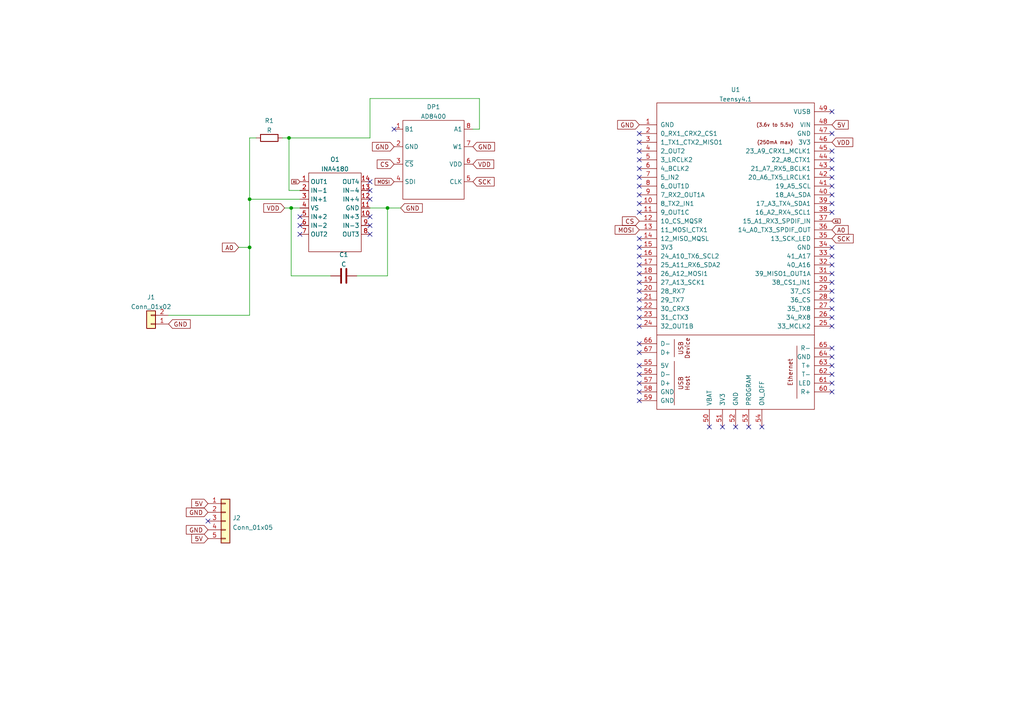
<source format=kicad_sch>
(kicad_sch (version 20211123) (generator eeschema)
  (paper "A4")
  (lib_symbols
    (symbol "Connector_Generic:Conn_01x02" (pin_names (offset 1.016) hide)
      (property "Reference" "J" (at 0 2.54 0))
      (property "Value" "Conn_01x02" (at 0 -5.08 0))
      (symbol "Conn_01x02_1_1"
        (rectangle (start -1.27 -2.413) (end 0 -2.667) (stroke (width 0.1524)))
        (rectangle (start -1.27 0.127) (end 0 -0.127) (stroke (width 0.1524)))
        (rectangle (start -1.27 1.27) (end 1.27 -3.81) (stroke (width 0.254)) (fill (type background)))
        (pin passive line (at -5.08 0 0) (length 3.81) (name "Pin_1") (number "1"))
        (pin passive line (at -5.08 -2.54 0) (length 3.81) (name "Pin_2") (number "2"))
      )
    )
    (symbol "Connector_Generic:Conn_01x05" (pin_names (offset 1.016) hide)
      (property "Reference" "J" (at 0 7.62 0))
      (property "Value" "Conn_01x05" (at 0 -7.62 0))
      (symbol "Conn_01x05_1_1"
        (rectangle (start -1.27 -4.953) (end 0 -5.207) (stroke (width 0.1524)))
        (rectangle (start -1.27 -2.413) (end 0 -2.667) (stroke (width 0.1524)))
        (rectangle (start -1.27 0.127) (end 0 -0.127) (stroke (width 0.1524)))
        (rectangle (start -1.27 2.667) (end 0 2.413) (stroke (width 0.1524)))
        (rectangle (start -1.27 5.207) (end 0 4.953) (stroke (width 0.1524)))
        (rectangle (start -1.27 6.35) (end 1.27 -6.35) (stroke (width 0.254)) (fill (type background)))
        (pin passive line (at -5.08 5.08 0) (length 3.81) (name "Pin_1") (number "1"))
        (pin passive line (at -5.08 2.54 0) (length 3.81) (name "Pin_2") (number "2"))
        (pin passive line (at -5.08 0 0) (length 3.81) (name "Pin_3") (number "3"))
        (pin passive line (at -5.08 -2.54 0) (length 3.81) (name "Pin_4") (number "4"))
        (pin passive line (at -5.08 -5.08 0) (length 3.81) (name "Pin_5") (number "5"))
      )
    )
    (symbol "Device:C" (pin_numbers hide) (pin_names (offset 0.254))
      (property "Reference" "C" (at 0.635 2.54 0))
      (property "Value" "C" (at 0.635 -2.54 0))
      (symbol "C_0_1"
        (polyline (pts (xy -2.032 -0.762) (xy 2.032 -0.762)) (stroke (width 0.508)))
        (polyline (pts (xy -2.032 0.762) (xy 2.032 0.762)) (stroke (width 0.508)))
      )
      (symbol "C_1_1"
        (pin passive line (at 0 3.81 270) (length 2.794) (name "~") (number "1"))
        (pin passive line (at 0 -3.81 90) (length 2.794) (name "~") (number "2"))
      )
    )
    (symbol "Device:R" (pin_numbers hide) (pin_names (offset 0))
      (property "Reference" "R" (at 2.032 0 90))
      (property "Value" "R" (at 0 0 90))
      (symbol "R_0_1"
        (rectangle (start -1.016 -2.54) (end 1.016 2.54) (stroke (width 0.254)))
      )
      (symbol "R_1_1"
        (pin passive line (at 0 3.81 270) (length 1.27) (name "~") (number "1"))
        (pin passive line (at 0 -3.81 90) (length 1.27) (name "~") (number "2"))
      )
    )
    (symbol "HAB_symbols:AD8400"
      (property "Reference" "DP" (at 0 2.54 0))
      (property "Value" "AD8400" (at 0 5.08 0))
      (symbol "AD8400_0_1"
        (rectangle (start -7.62 0) (end 10.16 -22.86) (stroke (width 0.1524)))
      )
      (symbol "AD8400_1_1"
        (pin input line (at -10.16 -2.54 0) (length 2.54) (name "B1") (number "1"))
        (pin input line (at -10.16 -7.62 0) (length 2.54) (name "GND") (number "2"))
        (pin input line (at -10.16 -12.7 0) (length 2.54) (name "~{CS}") (number "3"))
        (pin input line (at -10.16 -17.78 0) (length 2.54) (name "SDI") (number "4"))
        (pin input line (at 12.7 -17.78 180) (length 2.54) (name "CLK") (number "5"))
        (pin input line (at 12.7 -12.7 180) (length 2.54) (name "VDD") (number "6"))
        (pin input line (at 12.7 -7.62 180) (length 2.54) (name "W1") (number "7"))
        (pin input line (at 12.7 -2.54 180) (length 2.54) (name "A1") (number "8"))
      )
    )
    (symbol "HAB_symbols:INA4180"
      (property "Reference" "O" (at 0 0 0))
      (property "Value" "INA4180" (at 0 2.54 0))
      (symbol "INA4180_0_1"
        (rectangle (start -7.62 -2.54) (end 7.62 -25.4) (stroke (width 0.1524)))
      )
      (symbol "INA4180_1_1"
        (pin input line (at -10.16 -5.08 0) (length 2.54) (name "OUT1") (number "1"))
        (pin input line (at 10.16 -15.24 180) (length 2.54) (name "IN+3") (number "10"))
        (pin input line (at 10.16 -12.7 180) (length 2.54) (name "GND") (number "11"))
        (pin input line (at 10.16 -10.16 180) (length 2.54) (name "IN+4") (number "12"))
        (pin input line (at 10.16 -7.62 180) (length 2.54) (name "IN-4") (number "13"))
        (pin input line (at 10.16 -5.08 180) (length 2.54) (name "OUT4") (number "14"))
        (pin input line (at -10.16 -7.62 0) (length 2.54) (name "IN-1") (number "2"))
        (pin input line (at -10.16 -10.16 0) (length 2.54) (name "IN+1") (number "3"))
        (pin input line (at -10.16 -12.7 0) (length 2.54) (name "VS") (number "4"))
        (pin input line (at -10.16 -15.24 0) (length 2.54) (name "IN+2") (number "5"))
        (pin input line (at -10.16 -17.78 0) (length 2.54) (name "IN-2") (number "6"))
        (pin input line (at -10.16 -20.32 0) (length 2.54) (name "OUT2") (number "7"))
        (pin input line (at 10.16 -20.32 180) (length 2.54) (name "OUT3") (number "8"))
        (pin input line (at 10.16 -17.78 180) (length 2.54) (name "IN-3") (number "9"))
      )
    )
    (symbol "teensy:Teensy4.1" (pin_names (offset 1.016))
      (property "Reference" "U" (at 0 64.77 0))
      (property "Value" "Teensy4.1" (at 0 62.23 0))
      (symbol "Teensy4.1_0_0"
        (polyline (pts (xy -22.86 -6.35) (xy 22.86 -6.35)))
        (polyline (pts (xy -17.78 -26.67) (xy -17.78 -13.97)))
        (polyline (pts (xy -17.78 -7.62) (xy -17.78 -12.7)))
        (polyline (pts (xy 17.78 -9.525) (xy 17.78 -24.765)))
        (text "(250mA max)" (at 11.43 49.53 0) (effects (font (size 1.016 1.016))))
        (text "(3.6v to 5.5v)" (at 11.43 54.61 0) (effects (font (size 1.016 1.016))))
        (text "Device" (at -13.97 -10.16 900) (effects (font (size 1.27 1.27))))
        (text "Ethernet" (at 15.875 -17.145 900) (effects (font (size 1.27 1.27))))
        (text "Host" (at -13.97 -20.32 900) (effects (font (size 1.27 1.27))))
        (text "USB" (at -15.875 -20.32 900) (effects (font (size 1.27 1.27))))
        (text "USB" (at -15.875 -10.16 900) (effects (font (size 1.27 1.27))))
        (pin bidirectional line (at -27.94 31.75 0) (length 5.08) (name "8_TX2_IN1") (number "10"))
        (pin bidirectional line (at -27.94 29.21 0) (length 5.08) (name "9_OUT1C") (number "11"))
        (pin bidirectional line (at -27.94 26.67 0) (length 5.08) (name "10_CS_MQSR") (number "12"))
        (pin bidirectional line (at -27.94 24.13 0) (length 5.08) (name "11_MOSI_CTX1") (number "13"))
        (pin bidirectional line (at -27.94 21.59 0) (length 5.08) (name "12_MISO_MQSL") (number "14"))
        (pin power_in line (at -27.94 19.05 0) (length 5.08) (name "3V3") (number "15"))
        (pin bidirectional line (at -27.94 16.51 0) (length 5.08) (name "24_A10_TX6_SCL2") (number "16"))
        (pin bidirectional line (at -27.94 13.97 0) (length 5.08) (name "25_A11_RX6_SDA2") (number "17"))
        (pin bidirectional line (at -27.94 11.43 0) (length 5.08) (name "26_A12_MOSI1") (number "18"))
        (pin bidirectional line (at -27.94 8.89 0) (length 5.08) (name "27_A13_SCK1") (number "19"))
        (pin bidirectional line (at -27.94 6.35 0) (length 5.08) (name "28_RX7") (number "20"))
        (pin bidirectional line (at -27.94 3.81 0) (length 5.08) (name "29_TX7") (number "21"))
        (pin bidirectional line (at -27.94 1.27 0) (length 5.08) (name "30_CRX3") (number "22"))
        (pin bidirectional line (at -27.94 -1.27 0) (length 5.08) (name "31_CTX3") (number "23"))
        (pin bidirectional line (at -27.94 -3.81 0) (length 5.08) (name "32_OUT1B") (number "24"))
        (pin bidirectional line (at 27.94 -3.81 180) (length 5.08) (name "33_MCLK2") (number "25"))
        (pin bidirectional line (at 27.94 -1.27 180) (length 5.08) (name "34_RX8") (number "26"))
        (pin bidirectional line (at 27.94 1.27 180) (length 5.08) (name "35_TX8") (number "27"))
        (pin bidirectional line (at 27.94 3.81 180) (length 5.08) (name "36_CS") (number "28"))
        (pin bidirectional line (at 27.94 6.35 180) (length 5.08) (name "37_CS") (number "29"))
        (pin bidirectional line (at 27.94 8.89 180) (length 5.08) (name "38_CS1_IN1") (number "30"))
        (pin bidirectional line (at 27.94 11.43 180) (length 5.08) (name "39_MISO1_OUT1A") (number "31"))
        (pin bidirectional line (at 27.94 13.97 180) (length 5.08) (name "40_A16") (number "32"))
        (pin bidirectional line (at 27.94 16.51 180) (length 5.08) (name "41_A17") (number "33"))
        (pin bidirectional line (at 27.94 21.59 180) (length 5.08) (name "13_SCK_LED") (number "35"))
        (pin bidirectional line (at 27.94 24.13 180) (length 5.08) (name "14_A0_TX3_SPDIF_OUT") (number "36"))
        (pin bidirectional line (at 27.94 26.67 180) (length 5.08) (name "15_A1_RX3_SPDIF_IN") (number "37"))
        (pin bidirectional line (at 27.94 29.21 180) (length 5.08) (name "16_A2_RX4_SCL1") (number "38"))
        (pin bidirectional line (at 27.94 31.75 180) (length 5.08) (name "17_A3_TX4_SDA1") (number "39"))
        (pin bidirectional line (at 27.94 34.29 180) (length 5.08) (name "18_A4_SDA") (number "40"))
        (pin bidirectional line (at 27.94 36.83 180) (length 5.08) (name "19_A5_SCL") (number "41"))
        (pin bidirectional line (at 27.94 39.37 180) (length 5.08) (name "20_A6_TX5_LRCLK1") (number "42"))
        (pin bidirectional line (at 27.94 41.91 180) (length 5.08) (name "21_A7_RX5_BCLK1") (number "43"))
        (pin bidirectional line (at 27.94 44.45 180) (length 5.08) (name "22_A8_CTX1") (number "44"))
        (pin bidirectional line (at 27.94 46.99 180) (length 5.08) (name "23_A9_CRX1_MCLK1") (number "45"))
        (pin output line (at 27.94 49.53 180) (length 5.08) (name "3V3") (number "46"))
        (pin output line (at 27.94 52.07 180) (length 5.08) (name "GND") (number "47"))
        (pin power_in line (at 27.94 54.61 180) (length 5.08) (name "VIN") (number "48"))
        (pin power_out line (at 27.94 58.42 180) (length 5.08) (name "VUSB") (number "49"))
        (pin bidirectional line (at -27.94 44.45 0) (length 5.08) (name "3_LRCLK2") (number "5"))
        (pin power_in line (at -7.62 -33.02 90) (length 5.08) (name "VBAT") (number "50"))
        (pin power_in line (at -3.81 -33.02 90) (length 5.08) (name "3V3") (number "51"))
        (pin input line (at 0 -33.02 90) (length 5.08) (name "GND") (number "52"))
        (pin input line (at 3.81 -33.02 90) (length 5.08) (name "PROGRAM") (number "53"))
        (pin input line (at 7.62 -33.02 90) (length 5.08) (name "ON_OFF") (number "54"))
        (pin power_out line (at -27.94 -15.24 0) (length 5.08) (name "5V") (number "55"))
        (pin bidirectional line (at -27.94 -17.78 0) (length 5.08) (name "D-") (number "56"))
        (pin bidirectional line (at -27.94 -20.32 0) (length 5.08) (name "D+") (number "57"))
        (pin power_in line (at -27.94 -22.86 0) (length 5.08) (name "GND") (number "58"))
        (pin power_in line (at -27.94 -25.4 0) (length 5.08) (name "GND") (number "59"))
        (pin bidirectional line (at -27.94 41.91 0) (length 5.08) (name "4_BCLK2") (number "6"))
        (pin bidirectional line (at 27.94 -22.86 180) (length 5.08) (name "R+") (number "60"))
        (pin bidirectional line (at 27.94 -20.32 180) (length 5.08) (name "LED") (number "61"))
        (pin bidirectional line (at 27.94 -17.78 180) (length 5.08) (name "T-") (number "62"))
        (pin bidirectional line (at 27.94 -15.24 180) (length 5.08) (name "T+") (number "63"))
        (pin power_in line (at 27.94 -12.7 180) (length 5.08) (name "GND") (number "64"))
        (pin bidirectional line (at 27.94 -10.16 180) (length 5.08) (name "R-") (number "65"))
        (pin bidirectional line (at -27.94 -8.89 0) (length 5.08) (name "D-") (number "66"))
        (pin bidirectional line (at -27.94 -11.43 0) (length 5.08) (name "D+") (number "67"))
        (pin bidirectional line (at -27.94 39.37 0) (length 5.08) (name "5_IN2") (number "7"))
        (pin bidirectional line (at -27.94 36.83 0) (length 5.08) (name "6_OUT1D") (number "8"))
        (pin bidirectional line (at -27.94 34.29 0) (length 5.08) (name "7_RX2_OUT1A") (number "9"))
      )
      (symbol "Teensy4.1_0_1"
        (rectangle (start -22.86 60.96) (end 22.86 -27.94))
        (rectangle (start -20.32 -1.27) (end -20.32 -1.27))
      )
      (symbol "Teensy4.1_1_1"
        (pin power_in line (at -27.94 54.61 0) (length 5.08) (name "GND") (number "1"))
        (pin bidirectional line (at -27.94 52.07 0) (length 5.08) (name "0_RX1_CRX2_CS1") (number "2"))
        (pin bidirectional line (at -27.94 49.53 0) (length 5.08) (name "1_TX1_CTX2_MISO1") (number "3"))
        (pin power_in line (at 27.94 19.05 180) (length 5.08) (name "GND") (number "34"))
        (pin bidirectional line (at -27.94 46.99 0) (length 5.08) (name "2_OUT2") (number "4"))
      )
    )
  )
  (junction (at 72.39 57.785))
  (junction (at 112.395 60.325))
  (junction (at 72.39 71.755))
  (junction (at 84.455 60.325))
  (junction (at 83.82 40.005))
  (no_connect (at 185.42 108.585))
  (no_connect (at 185.42 111.125))
  (no_connect (at 185.42 113.665))
  (no_connect (at 185.42 116.205))
  (no_connect (at 205.74 123.825))
  (no_connect (at 209.55 123.825))
  (no_connect (at 213.36 123.825))
  (no_connect (at 217.17 123.825))
  (no_connect (at 185.42 94.615))
  (no_connect (at 185.42 99.695))
  (no_connect (at 185.42 102.235))
  (no_connect (at 185.42 106.045))
  (no_connect (at 241.3 32.385))
  (no_connect (at 241.3 38.735))
  (no_connect (at 241.3 43.815))
  (no_connect (at 241.3 46.355))
  (no_connect (at 241.3 48.895))
  (no_connect (at 241.3 51.435))
  (no_connect (at 185.42 53.975))
  (no_connect (at 185.42 43.815))
  (no_connect (at 185.42 46.355))
  (no_connect (at 185.42 48.895))
  (no_connect (at 185.42 51.435))
  (no_connect (at 185.42 56.515))
  (no_connect (at 185.42 59.055))
  (no_connect (at 185.42 61.595))
  (no_connect (at 185.42 38.735))
  (no_connect (at 185.42 41.275))
  (no_connect (at 185.42 69.215))
  (no_connect (at 241.3 53.975))
  (no_connect (at 241.3 56.515))
  (no_connect (at 241.3 59.055))
  (no_connect (at 241.3 61.595))
  (no_connect (at 241.3 71.755))
  (no_connect (at 241.3 74.295))
  (no_connect (at 241.3 76.835))
  (no_connect (at 241.3 108.585))
  (no_connect (at 241.3 111.125))
  (no_connect (at 241.3 113.665))
  (no_connect (at 241.3 79.375))
  (no_connect (at 241.3 81.915))
  (no_connect (at 241.3 84.455))
  (no_connect (at 241.3 86.995))
  (no_connect (at 241.3 89.535))
  (no_connect (at 241.3 92.075))
  (no_connect (at 241.3 94.615))
  (no_connect (at 241.3 100.965))
  (no_connect (at 241.3 103.505))
  (no_connect (at 241.3 106.045))
  (no_connect (at 220.98 123.825))
  (no_connect (at 107.315 55.245))
  (no_connect (at 107.315 52.705))
  (no_connect (at 107.315 67.945))
  (no_connect (at 107.315 65.405))
  (no_connect (at 107.315 62.865))
  (no_connect (at 107.315 57.785))
  (no_connect (at 86.995 62.865))
  (no_connect (at 86.995 65.405))
  (no_connect (at 86.995 67.945))
  (no_connect (at 114.3 37.465))
  (no_connect (at 60.325 151.13))
  (no_connect (at 185.42 71.755))
  (no_connect (at 185.42 74.295))
  (no_connect (at 185.42 76.835))
  (no_connect (at 185.42 79.375))
  (no_connect (at 185.42 81.915))
  (no_connect (at 185.42 84.455))
  (no_connect (at 185.42 86.995))
  (no_connect (at 185.42 89.535))
  (no_connect (at 185.42 92.075))
  (wire (pts (xy 139.065 28.575) (xy 139.065 37.465)))
  (wire (pts (xy 86.995 55.245) (xy 83.82 55.245)))
  (wire (pts (xy 107.315 28.575) (xy 139.065 28.575)))
  (wire (pts (xy 83.82 55.245) (xy 83.82 40.005)))
  (wire (pts (xy 84.455 60.325) (xy 84.455 80.01)))
  (wire (pts (xy 69.215 71.755) (xy 72.39 71.755)))
  (wire (pts (xy 112.395 80.01) (xy 112.395 60.325)))
  (wire (pts (xy 116.205 60.325) (xy 112.395 60.325)))
  (wire (pts (xy 72.39 57.785) (xy 72.39 71.755)))
  (wire (pts (xy 81.915 40.005) (xy 83.82 40.005)))
  (wire (pts (xy 107.315 28.575) (xy 107.315 40.005)))
  (wire (pts (xy 48.895 91.44) (xy 72.39 91.44)))
  (wire (pts (xy 84.455 60.325) (xy 86.995 60.325)))
  (wire (pts (xy 139.065 37.465) (xy 137.16 37.465)))
  (wire (pts (xy 103.505 80.01) (xy 112.395 80.01)))
  (wire (pts (xy 72.39 40.005) (xy 72.39 57.785)))
  (wire (pts (xy 112.395 60.325) (xy 107.315 60.325)))
  (wire (pts (xy 84.455 80.01) (xy 95.885 80.01)))
  (wire (pts (xy 72.39 40.005) (xy 74.295 40.005)))
  (wire (pts (xy 82.55 60.325) (xy 84.455 60.325)))
  (wire (pts (xy 72.39 57.785) (xy 86.995 57.785)))
  (wire (pts (xy 83.82 40.005) (xy 107.315 40.005)))
  (wire (pts (xy 72.39 71.755) (xy 72.39 91.44)))
  (global_label "GND" (shape input) (at 185.42 36.195 180) (property "Intersheet References" "${INTERSHEET_REFS}" (effects hide)))
  (global_label "A1" (shape input) (at 241.3 64.135 0) (effects (font (size 0.65 0.65))) (property "Intersheet References" "${INTERSHEET_REFS}" (effects hide)))
  (global_label "GND" (shape input) (at 60.325 153.67 180) (property "Intersheet References" "${INTERSHEET_REFS}" (effects hide)))
  (global_label "SCK" (shape input) (at 241.3 69.215 0) (property "Intersheet References" "${INTERSHEET_REFS}" (effects hide)))
  (global_label "GND" (shape input) (at 137.16 42.545 0) (property "Intersheet References" "${INTERSHEET_REFS}" (effects hide)))
  (global_label "A0" (shape input) (at 241.3 66.675 0) (property "Intersheet References" "${INTERSHEET_REFS}" (effects hide)))
  (global_label "5V" (shape input) (at 60.325 156.21 180) (property "Intersheet References" "${INTERSHEET_REFS}" (effects hide)))
  (global_label "A0" (shape input) (at 69.215 71.755 180) (property "Intersheet References" "${INTERSHEET_REFS}" (effects hide)))
  (global_label "MOSI" (shape input) (at 185.42 66.675 180) (property "Intersheet References" "${INTERSHEET_REFS}" (effects hide)))
  (global_label "VDD" (shape input) (at 137.16 47.625 0) (property "Intersheet References" "${INTERSHEET_REFS}" (effects hide)))
  (global_label "A1" (shape input) (at 86.995 52.705 180) (effects (font (size 0.65 0.65))) (property "Intersheet References" "${INTERSHEET_REFS}" (effects hide)))
  (global_label "CS" (shape input) (at 114.3 47.625 180) (property "Intersheet References" "${INTERSHEET_REFS}" (effects hide)))
  (global_label "GND" (shape input) (at 60.325 148.59 180) (property "Intersheet References" "${INTERSHEET_REFS}" (effects hide)))
  (global_label "GND" (shape input) (at 114.3 42.545 180) (property "Intersheet References" "${INTERSHEET_REFS}" (effects hide)))
  (global_label "5V" (shape input) (at 60.325 146.05 180) (property "Intersheet References" "${INTERSHEET_REFS}" (effects hide)))
  (global_label "VDD" (shape input) (at 82.55 60.325 180) (property "Intersheet References" "${INTERSHEET_REFS}" (effects hide)))
  (global_label "SCK" (shape input) (at 137.16 52.705 0) (property "Intersheet References" "${INTERSHEET_REFS}" (effects hide)))
  (global_label "GND" (shape input) (at 116.205 60.325 0) (property "Intersheet References" "${INTERSHEET_REFS}" (effects hide)))
  (global_label "CS" (shape input) (at 185.42 64.135 180) (property "Intersheet References" "${INTERSHEET_REFS}" (effects hide)))
  (global_label "MOSI" (shape input) (at 114.3 52.705 180) (effects (font (size 1 1))) (property "Intersheet References" "${INTERSHEET_REFS}" (effects hide)))
  (global_label "5V" (shape input) (at 241.3 36.195 0) (property "Intersheet References" "${INTERSHEET_REFS}" (effects hide)))
  (global_label "VDD" (shape input) (at 241.3 41.275 0) (property "Intersheet References" "${INTERSHEET_REFS}" (effects hide)))
  (global_label "GND" (shape input) (at 48.895 93.98 0) (property "Intersheet References" "${INTERSHEET_REFS}" (effects hide)))
  (symbol (lib_id "Device:R") (at 78.105 40.005 90) (unit 1)
    (property "Reference" "R1" (at 78.105 35.0225 90))
    (property "Value" "R" (at 78.105 37.7976 90))
    (property "Footprint" "Resistor_SMD:R_1206_3216Metric" (effects hide))
  )
  (symbol (lib_id "teensy:Teensy4.1") (at 213.36 90.805 0) (unit 1)
    (property "Reference" "U1" (at 213.36 26.0055 0))
    (property "Value" "Teensy4.1" (at 213.36 28.7806 0))
    (property "Footprint" "hab_footprints:Teensy41" (effects hide))
  )
  (symbol (lib_id "HAB_symbols:INA4180") (at 97.155 47.625 0) (unit 1)
    (property "Reference" "O1" (at 97.155 46.2493 0))
    (property "Value" "INA4180" (at 97.155 49.0244 0))
    (property "Footprint" "hab_footprints:SOP65P640X120-14N" (effects hide))
  )
  (symbol (lib_id "HAB_symbols:AD8400") (at 124.46 34.925 0) (unit 1)
    (property "Reference" "DP1" (at 125.73 31.0093 0))
    (property "Value" "AD8400" (at 125.73 33.7844 0))
    (property "Footprint" "hab_footprints:AD8400 DP" (effects hide))
  )
  (symbol (lib_id "Device:C") (at 99.695 80.01 90) (unit 1)
    (property "Reference" "C1" (at 99.695 73.8845 90))
    (property "Value" "C" (at 99.695 76.6596 90))
    (property "Footprint" "Capacitor_SMD:C_1206_3216Metric" (effects hide))
  )
  (symbol (lib_id "Connector_Generic:Conn_01x02") (at 43.815 93.98 180) (unit 1)
    (property "Reference" "J1" (at 43.815 86.2035 0))
    (property "Value" "Conn_01x02" (at 43.815 88.9786 0))
    (property "Footprint" "Connector_PinHeader_2.54mm:PinHeader_1x02_P2.54mm_Vertical" (effects hide))
  )
  (symbol (lib_id "Connector_Generic:Conn_01x05") (at 65.405 151.13 0) (unit 1)
    (property "Reference" "J2" (at 67.437 150.2215 0) (effects (justify left)))
    (property "Value" "Conn_01x05" (at 67.437 152.9966 0) (effects (justify left)))
    (property "Footprint" "Connector_JST:JST_XH_B5B-XH-A_1x05_P2.50mm_Vertical" (effects hide))
  )
)
</source>
